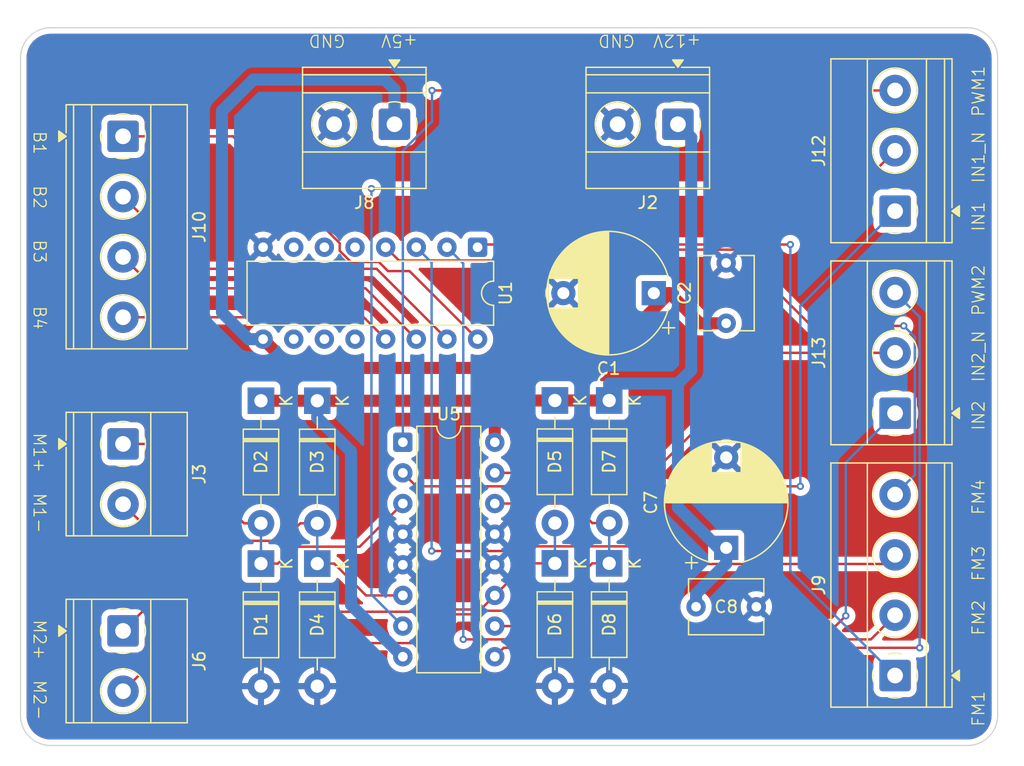
<source format=kicad_pcb>
(kicad_pcb (version 20241229) (generator "pcbnew") (generator_version "9.0")
  (layers (0 "F.Cu" signal) (2 "B.Cu" signal) (13 "F.Paste" user) (15 "B.Paste" user) (5 "F.SilkS" user "F.Silkscreen") (7 "B.SilkS" user "B.Silkscreen") (1 "F.Mask" user) (3 "B.Mask" user) (25 "Edge.Cuts" user))
  (net 0 "")
  (net 1 "COM")
  (net 2 "GND")
  (net 3 "X1")
  (net 4 "+12V")
  (net 5 "X2")
  (net 6 "Y1")
  (net 7 "Y2")
  (net 8 "FM4")
  (net 9 "FM2")
  (net 10 "FM1")
  (net 11 "FM3")
  (net 12 "B1")
  (net 13 "B3")
  (net 14 "B2")
  (net 15 "B4")
  (net 16 "PWM1")
  (net 17 "IN1_N")
  (net 18 "IN1")
  (net 19 "IN2_N")
  (net 20 "PWM2")
  (net 21 "IN2")
  (footprint "Diode_THT:D_DO-41_SOD81_P10.16mm_Horizontal" (layer "F.Cu") (at 144.26925 117.47075 -90)
    (property "Reference" "D6" (at 5.08 0 90) (layer "F.SilkS"))
    (property "Value" "1N4004")
    (fp_text user "K" (at 0 -2.1 90) (layer "F.SilkS"))
    (pad "1" thru_hole rect (at 0 0 270) (size 2.2 2.2) (drill 1.1) (layers "*.Cu" "*.Mask") (net 6 "Y1"))
    (pad "2" thru_hole oval (at 10.16 0 270) (size 2.2 2.2) (drill 1.1) (layers "*.Cu" "*.Mask") (net 2 "GND"))
  )
  (footprint "Diode_THT:D_DO-41_SOD81_P10.16mm_Horizontal" (layer "F.Cu") (at 148.76925 103.97075 -90)
    (property "Reference" "D7" (at 5.08 0 90) (layer "F.SilkS"))
    (property "Value" "1N4004")
    (fp_text user "K" (at 0 -2.1 90) (layer "F.SilkS"))
    (pad "1" thru_hole rect (at 0 0 270) (size 2.2 2.2) (drill 1.1) (layers "*.Cu" "*.Mask") (net 4 "+12V"))
    (pad "2" thru_hole oval (at 10.16 0 270) (size 2.2 2.2) (drill 1.1) (layers "*.Cu" "*.Mask") (net 7 "Y2"))
  )
  (footprint "TerminalBlock_Phoenix:TerminalBlock_Phoenix_MKDS-1,5-3_1x03_P5.00mm_Horizontal" (layer "F.Cu") (at 172.46925 105.02075 90)
    (property "Reference" "J13" (at 5 -6.32 90) (layer "F.SilkS"))
    (property "Value" "Screw_Terminal_01x03")
    (pad "1" thru_hole roundrect (at 0 0 90) (size 2.6 2.6) (drill 1.3) (layers "*.Cu" "*.Mask") (roundrect_rratio 0.096154) (net 21 "IN2"))
    (pad "2" thru_hole circle (at 5 0 90) (size 2.6 2.6) (drill 1.3) (layers "*.Cu" "*.Mask") (net 19 "IN2_N"))
    (pad "3" thru_hole circle (at 10 0 90) (size 2.6 2.6) (drill 1.3) (layers "*.Cu" "*.Mask") (net 20 "PWM2"))
  )
  (footprint "Capacitor_THT:C_Disc_D6.0mm_W4.4mm_P5.00mm" (layer "F.Cu") (at 155.96925 121.07075)
    (property "Reference" "C8" (at 2.5 0 0) (layer "F.SilkS"))
    (property "Value" "18n")
    (pad "1" thru_hole circle (at 0 0) (size 1.6 1.6) (drill 0.8) (layers "*.Cu" "*.Mask") (net 4 "+12V"))
    (pad "2" thru_hole circle (at 5 0) (size 1.6 1.6) (drill 0.8) (layers "*.Cu" "*.Mask") (net 2 "GND"))
  )
  (footprint "Capacitor_THT:CP_Radial_D10.0mm_P7.50mm" (layer "F.Cu") (at 152.46925 95.07075 180)
    (property "Reference" "C1" (at 3.75 -6.25 0) (layer "F.SilkS"))
    (property "Value" "10u")
    (pad "1" thru_hole rect (at 0 0 180) (size 2 2) (drill 1) (layers "*.Cu" "*.Mask") (net 1 "COM"))
    (pad "2" thru_hole circle (at 7.5 0 180) (size 2 2) (drill 1) (layers "*.Cu" "*.Mask") (net 2 "GND"))
  )
  (footprint "Diode_THT:D_DO-41_SOD81_P10.16mm_Horizontal" (layer "F.Cu") (at 124.56925 103.99075 -90)
    (property "Reference" "D3" (at 5.08 0 90) (layer "F.SilkS"))
    (property "Value" "1N4004")
    (fp_text user "K" (at 0 -2.1 90) (layer "F.SilkS"))
    (pad "1" thru_hole rect (at 0 0 270) (size 2.2 2.2) (drill 1.1) (layers "*.Cu" "*.Mask") (net 4 "+12V"))
    (pad "2" thru_hole oval (at 10.16 0 270) (size 2.2 2.2) (drill 1.1) (layers "*.Cu" "*.Mask") (net 5 "X2"))
  )
  (footprint "TerminalBlock_Phoenix:TerminalBlock_Phoenix_MKDS-1,5-3_1x03_P5.00mm_Horizontal" (layer "F.Cu") (at 172.46925 88.27075 90)
    (property "Reference" "J12" (at 5 -6.32 90) (layer "F.SilkS"))
    (property "Value" "Screw_Terminal_01x03")
    (pad "1" thru_hole roundrect (at 0 0 90) (size 2.6 2.6) (drill 1.3) (layers "*.Cu" "*.Mask") (roundrect_rratio 0.096154) (net 18 "IN1"))
    (pad "2" thru_hole circle (at 5 0 90) (size 2.6 2.6) (drill 1.3) (layers "*.Cu" "*.Mask") (net 17 "IN1_N"))
    (pad "3" thru_hole circle (at 10 0 90) (size 2.6 2.6) (drill 1.3) (layers "*.Cu" "*.Mask") (net 16 "PWM1"))
  )
  (footprint "TerminalBlock_Phoenix:TerminalBlock_Phoenix_MKDS-1,5-2_1x02_P5.00mm_Horizontal" (layer "F.Cu") (at 130.96925 81.07075 180)
    (property "Reference" "J8" (at 2.5 -6.5 0) (layer "F.SilkS"))
    (property "Value" "Screw_Terminal_01x02")
    (pad "1" thru_hole roundrect (at 0 0 180) (size 2.6 2.6) (drill 1.3) (layers "*.Cu" "*.Mask") (roundrect_rratio 0.096154) (net 1 "COM"))
    (pad "2" thru_hole circle (at 5 0 180) (size 2.6 2.6) (drill 1.3) (layers "*.Cu" "*.Mask") (net 2 "GND"))
  )
  (footprint "TerminalBlock_Phoenix:TerminalBlock_Phoenix_MKDS-1,5-4_1x04_P5.00mm_Horizontal" (layer "F.Cu") (at 172.46925 126.77075 90)
    (property "Reference" "J9" (at 7.5 -6.32 90) (layer "F.SilkS"))
    (property "Value" "Screw_Terminal_01x04")
    (pad "1" thru_hole roundrect (at 0 0 90) (size 2.6 2.6) (drill 1.3) (layers "*.Cu" "*.Mask") (roundrect_rratio 0.096154) (net 10 "FM1"))
    (pad "2" thru_hole circle (at 5 0 90) (size 2.6 2.6) (drill 1.3) (layers "*.Cu" "*.Mask") (net 9 "FM2"))
    (pad "3" thru_hole circle (at 10 0 90) (size 2.6 2.6) (drill 1.3) (layers "*.Cu" "*.Mask") (net 11 "FM3"))
    (pad "4" thru_hole circle (at 15 0 90) (size 2.6 2.6) (drill 1.3) (layers "*.Cu" "*.Mask") (net 8 "FM4"))
  )
  (footprint "Diode_THT:D_DO-41_SOD81_P10.16mm_Horizontal" (layer "F.Cu") (at 124.56925 117.49075 -90)
    (property "Reference" "D4" (at 5.08 0 90) (layer "F.SilkS"))
    (property "Value" "1N4004")
    (fp_text user "K" (at 0 -2.1 90) (layer "F.SilkS"))
    (pad "1" thru_hole rect (at 0 0 270) (size 2.2 2.2) (drill 1.1) (layers "*.Cu" "*.Mask") (net 5 "X2"))
    (pad "2" thru_hole oval (at 10.16 0 270) (size 2.2 2.2) (drill 1.1) (layers "*.Cu" "*.Mask") (net 2 "GND"))
  )
  (footprint "Capacitor_THT:C_Disc_D6.0mm_W4.4mm_P5.00mm" (layer "F.Cu") (at 158.46925 97.57075 90)
    (property "Reference" "C2" (at 2.5 -3.45 90) (layer "F.SilkS"))
    (property "Value" "18n")
    (pad "1" thru_hole circle (at 0 0 90) (size 1.6 1.6) (drill 0.8) (layers "*.Cu" "*.Mask") (net 1 "COM"))
    (pad "2" thru_hole circle (at 5 0 90) (size 1.6 1.6) (drill 0.8) (layers "*.Cu" "*.Mask") (net 2 "GND"))
  )
  (footprint "TerminalBlock_Phoenix:TerminalBlock_Phoenix_MKDS-1,5-2_1x02_P5.00mm_Horizontal" (layer "F.Cu") (at 154.46925 81.07075 180)
    (property "Reference" "J2" (at 2.5 -6.5 0) (layer "F.SilkS"))
    (property "Value" "Screw_Terminal_01x02")
    (pad "1" thru_hole roundrect (at 0 0 180) (size 2.6 2.6) (drill 1.3) (layers "*.Cu" "*.Mask") (roundrect_rratio 0.096154) (net 4 "+12V"))
    (pad "2" thru_hole circle (at 5 0 180) (size 2.6 2.6) (drill 1.3) (layers "*.Cu" "*.Mask") (net 2 "GND"))
  )
  (footprint "Diode_THT:D_DO-41_SOD81_P10.16mm_Horizontal" (layer "F.Cu") (at 119.90255 117.49075 -90)
    (property "Reference" "D1" (at 5.08 0 90) (layer "F.SilkS"))
    (property "Value" "1N4004")
    (fp_text user "K" (at 0 -2.1 90) (layer "F.SilkS"))
    (pad "1" thru_hole rect (at 0 0 270) (size 2.2 2.2) (drill 1.1) (layers "*.Cu" "*.Mask") (net 3 "X1"))
    (pad "2" thru_hole oval (at 10.16 0 270) (size 2.2 2.2) (drill 1.1) (layers "*.Cu" "*.Mask") (net 2 "GND"))
  )
  (footprint "Diode_THT:D_DO-41_SOD81_P10.16mm_Horizontal" (layer "F.Cu") (at 148.76925 117.47075 -90)
    (property "Reference" "D8" (at 5.08 0 90) (layer "F.SilkS"))
    (property "Value" "1N4004")
    (fp_text user "K" (at 0 -2.1 90) (layer "F.SilkS"))
    (pad "1" thru_hole rect (at 0 0 270) (size 2.2 2.2) (drill 1.1) (layers "*.Cu" "*.Mask") (net 7 "Y2"))
    (pad "2" thru_hole oval (at 10.16 0 270) (size 2.2 2.2) (drill 1.1) (layers "*.Cu" "*.Mask") (net 2 "GND"))
  )
  (footprint "Package_DIP:DIP-16_W7.62mm" (layer "F.Cu") (at 131.66425 107.43075)
    (property "Reference" "U5" (at 3.81 -2.33 0) (layer "F.SilkS"))
    (property "Value" "L293D")
    (pad "1" thru_hole roundrect (at 0 0) (size 1.6 1.6) (drill 0.8) (layers "*.Cu" "*.Mask") (roundrect_rratio 0.15625) (net 16 "PWM1"))
    (pad "2" thru_hole circle (at 0 2.54) (size 1.6 1.6) (drill 0.8) (layers "*.Cu" "*.Mask") (net 18 "IN1"))
    (pad "3" thru_hole circle (at 0 5.08) (size 1.6 1.6) (drill 0.8) (layers "*.Cu" "*.Mask") (net 3 "X1"))
    (pad "4" thru_hole circle (at 0 7.62) (size 1.6 1.6) (drill 0.8) (layers "*.Cu" "*.Mask") (net 2 "GND"))
    (pad "5" thru_hole circle (at 0 10.16) (size 1.6 1.6) (drill 0.8) (layers "*.Cu" "*.Mask") (net 2 "GND"))
    (pad "6" thru_hole circle (at 0 12.7) (size 1.6 1.6) (drill 0.8) (layers "*.Cu" "*.Mask") (net 5 "X2"))
    (pad "7" thru_hole circle (at 0 15.24) (size 1.6 1.6) (drill 0.8) (layers "*.Cu" "*.Mask") (net 17 "IN1_N"))
    (pad "8" thru_hole circle (at 0 17.78) (size 1.6 1.6) (drill 0.8) (layers "*.Cu" "*.Mask") (net 4 "+12V"))
    (pad "9" thru_hole circle (at 7.62 17.78) (size 1.6 1.6) (drill 0.8) (layers "*.Cu" "*.Mask") (net 20 "PWM2"))
    (pad "10" thru_hole circle (at 7.62 15.24) (size 1.6 1.6) (drill 0.8) (layers "*.Cu" "*.Mask") (net 21 "IN2"))
    (pad "11" thru_hole circle (at 7.62 12.7) (size 1.6 1.6) (drill 0.8) (layers "*.Cu" "*.Mask") (net 6 "Y1"))
    (pad "12" thru_hole circle (at 7.62 10.16) (size 1.6 1.6) (drill 0.8) (layers "*.Cu" "*.Mask") (net 2 "GND"))
    (pad "13" thru_hole circle (at 7.62 7.62) (size 1.6 1.6) (drill 0.8) (layers "*.Cu" "*.Mask") (net 2 "GND"))
    (pad "14" thru_hole circle (at 7.62 5.08) (size 1.6 1.6) (drill 0.8) (layers "*.Cu" "*.Mask") (net 7 "Y2"))
    (pad "15" thru_hole circle (at 7.62 2.54) (size 1.6 1.6) (drill 0.8) (layers "*.Cu" "*.Mask") (net 19 "IN2_N"))
    (pad "16" thru_hole circle (at 7.62 0) (size 1.6 1.6) (drill 0.8) (layers "*.Cu" "*.Mask") (net 4 "+12V"))
  )
  (footprint "Capacitor_THT:CP_Radial_D10.0mm_P7.50mm" (layer "F.Cu") (at 158.46925 116.18845 90)
    (property "Reference" "C7" (at 3.75 -6.25 90) (layer "F.SilkS"))
    (property "Value" "10u")
    (pad "1" thru_hole rect (at 0 0 90) (size 2 2) (drill 1) (layers "*.Cu" "*.Mask") (net 4 "+12V"))
    (pad "2" thru_hole circle (at 7.5 0 90) (size 2 2) (drill 1) (layers "*.Cu" "*.Mask") (net 2 "GND"))
  )
  (footprint "TerminalBlock_Phoenix:TerminalBlock_Phoenix_MKDS-1,5-4_1x04_P5.00mm_Horizontal" (layer "F.Cu") (at 108.46925 82.07075 -90)
    (property "Reference" "J10" (at 7.5 -6.32 90) (layer "F.SilkS"))
    (property "Value" "Screw_Terminal_01x04")
    (pad "1" thru_hole roundrect (at 0 0 270) (size 2.6 2.6) (drill 1.3) (layers "*.Cu" "*.Mask") (roundrect_rratio 0.096154) (net 12 "B1"))
    (pad "2" thru_hole circle (at 5 0 270) (size 2.6 2.6) (drill 1.3) (layers "*.Cu" "*.Mask") (net 14 "B2"))
    (pad "3" thru_hole circle (at 10 0 270) (size 2.6 2.6) (drill 1.3) (layers "*.Cu" "*.Mask") (net 13 "B3"))
    (pad "4" thru_hole circle (at 15 0 270) (size 2.6 2.6) (drill 1.3) (layers "*.Cu" "*.Mask") (net 15 "B4"))
  )
  (footprint "Package_DIP:DIP-16_W7.62mm" (layer "F.Cu") (at 137.85925 91.26575 -90)
    (property "Reference" "U1" (at 3.81 -2.33 90) (layer "F.SilkS"))
    (property "Value" "ULN2003A")
    (pad "1" thru_hole roundrect (at 0 0 270) (size 1.6 1.6) (drill 0.8) (layers "*.Cu" "*.Mask") (roundrect_rratio 0.15625) (net 10 "FM1"))
    (pad "2" thru_hole circle (at 0 2.54 270) (size 1.6 1.6) (drill 0.8) (layers "*.Cu" "*.Mask") (net 9 "FM2"))
    (pad "3" thru_hole circle (at 0 5.08 270) (size 1.6 1.6) (drill 0.8) (layers "*.Cu" "*.Mask") (net 11 "FM3"))
    (pad "4" thru_hole circle (at 0 7.62 270) (size 1.6 1.6) (drill 0.8) (layers "*.Cu" "*.Mask") (net 8 "FM4"))
    (pad "5" thru_hole circle (at 0 10.16 270) (size 1.6 1.6) (drill 0.8) (layers "*.Cu" "*.Mask"))
    (pad "6" thru_hole circle (at 0 12.7 270) (size 1.6 1.6) (drill 0.8) (layers "*.Cu" "*.Mask"))
    (pad "7" thru_hole circle (at 0 15.24 270) (size 1.6 1.6) (drill 0.8) (layers "*.Cu" "*.Mask"))
    (pad "8" thru_hole circle (at 0 17.78 270) (size 1.6 1.6) (drill 0.8) (layers "*.Cu" "*.Mask") (net 2 "GND"))
    (pad "9" thru_hole circle (at 7.62 17.78 270) (size 1.6 1.6) (drill 0.8) (layers "*.Cu" "*.Mask") (net 1 "COM"))
    (pad "10" thru_hole circle (at 7.62 15.24 270) (size 1.6 1.6) (drill 0.8) (layers "*.Cu" "*.Mask"))
    (pad "11" thru_hole circle (at 7.62 12.7 270) (size 1.6 1.6) (drill 0.8) (layers "*.Cu" "*.Mask"))
    (pad "12" thru_hole circle (at 7.62 10.16 270) (size 1.6 1.6) (drill 0.8) (layers "*.Cu" "*.Mask"))
    (pad "13" thru_hole circle (at 7.62 7.62 270) (size 1.6 1.6) (drill 0.8) (layers "*.Cu" "*.Mask") (net 15 "B4"))
    (pad "14" thru_hole circle (at 7.62 5.08 270) (size 1.6 1.6) (drill 0.8) (layers "*.Cu" "*.Mask") (net 13 "B3"))
    (pad "15" thru_hole circle (at 7.62 2.54 270) (size 1.6 1.6) (drill 0.8) (layers "*.Cu" "*.Mask") (net 14 "B2"))
    (pad "16" thru_hole circle (at 7.62 0 270) (size 1.6 1.6) (drill 0.8) (layers "*.Cu" "*.Mask") (net 12 "B1"))
  )
  (footprint "Diode_THT:D_DO-41_SOD81_P10.16mm_Horizontal" (layer "F.Cu") (at 119.90255 103.99075 -90)
    (property "Reference" "D2" (at 5.08 0 90) (layer "F.SilkS"))
    (property "Value" "1N4004")
    (fp_text user "K" (at 0 -2.1 90) (layer "F.SilkS"))
    (pad "1" thru_hole rect (at 0 0 270) (size 2.2 2.2) (drill 1.1) (layers "*.Cu" "*.Mask") (net 4 "+12V"))
    (pad "2" thru_hole oval (at 10.16 0 270) (size 2.2 2.2) (drill 1.1) (layers "*.Cu" "*.Mask") (net 3 "X1"))
  )
  (footprint "TerminalBlock_Phoenix:TerminalBlock_Phoenix_MKDS-1,5-2_1x02_P5.00mm_Horizontal" (layer "F.Cu") (at 108.46925 107.57075 -90)
    (property "Reference" "J3" (at 2.5 -6.32 90) (layer "F.SilkS"))
    (property "Value" "Screw_Terminal_01x02")
    (pad "1" thru_hole roundrect (at 0 0 270) (size 2.6 2.6) (drill 1.3) (layers "*.Cu" "*.Mask") (roundrect_rratio 0.096154) (net 3 "X1"))
    (pad "2" thru_hole circle (at 5 0 270) (size 2.6 2.6) (drill 1.3) (layers "*.Cu" "*.Mask") (net 5 "X2"))
  )
  (footprint "Diode_THT:D_DO-41_SOD81_P10.16mm_Horizontal" (layer "F.Cu") (at 144.26925 103.97075 -90)
    (property "Reference" "D5" (at 5.08 0 90) (layer "F.SilkS"))
    (property "Value" "1N4004")
    (fp_text user "K" (at 0 -2.1 90) (layer "F.SilkS"))
    (pad "1" thru_hole rect (at 0 0 270) (size 2.2 2.2) (drill 1.1) (layers "*.Cu" "*.Mask") (net 4 "+12V"))
    (pad "2" thru_hole oval (at 10.16 0 270) (size 2.2 2.2) (drill 1.1) (layers "*.Cu" "*.Mask") (net 6 "Y1"))
  )
  (footprint "TerminalBlock_Phoenix:TerminalBlock_Phoenix_MKDS-1,5-2_1x02_P5.00mm_Horizontal" (layer "F.Cu") (at 108.46925 123.07075 -90)
    (property "Reference" "J6" (at 2.5 -6.32 90) (layer "F.SilkS"))
    (property "Value" "Screw_Terminal_01x02")
    (pad "1" thru_hole roundrect (at 0 0 270) (size 2.6 2.6) (drill 1.3) (layers "*.Cu" "*.Mask") (roundrect_rratio 0.096154) (net 6 "Y1"))
    (pad "2" thru_hole circle (at 5 0 270) (size 2.6 2.6) (drill 1.3) (layers "*.Cu" "*.Mask") (net 7 "Y2"))
  )
  (gr_line (start 102.46925 132.57075) (end 178.46925 132.57075) (stroke (width 0.1)) (layer "Edge.Cuts"))
  (gr_arc (start 102.46925 132.57075) (mid 100.701483 131.838517) (end 99.96925 130.07075) (stroke (width 0.1)) (layer "Edge.Cuts"))
  (gr_arc (start 99.96925 75.57075) (mid 100.701483 73.802983) (end 102.46925 73.07075) (stroke (width 0.1)) (layer "Edge.Cuts"))
  (gr_line (start 178.46925 73.07075) (end 102.46925 73.07075) (stroke (width 0.1)) (layer "Edge.Cuts"))
  (gr_arc (start 180.96925 130.07075) (mid 180.237017 131.838517) (end 178.46925 132.57075) (stroke (width 0.1)) (layer "Edge.Cuts"))
  (gr_arc (start 178.46925 73.07075) (mid 180.237017 73.802983) (end 180.96925 75.57075) (stroke (width 0.1)) (layer "Edge.Cuts"))
  (gr_line (start 99.96925 75.57075) (end 99.96925 130.07075) (stroke (width 0.1)) (layer "Edge.Cuts"))
  (gr_line (start 180.96925 130.07075) (end 180.96925 75.57075) (stroke (width 0.1)) (layer "Edge.Cuts"))
  (gr_text "+12V" (at 156.46925 73.57075 180) (layer "F.SilkS") (effects (font (size 1 1) (thickness 0.1)) (justify left bottom)))
  (gr_text "M1-" (at 100.96925 111.57075 270) (layer "F.SilkS") (effects (font (size 1 1) (thickness 0.1)) (justify left bottom)))
  (gr_text "FM2" (at 179.96925 123.52075 90) (layer "F.SilkS") (effects (font (size 1 1) (thickness 0.1)) (justify left bottom)))
  (gr_text "PWM2" (at 179.96925 97.02075 90) (layer "F.SilkS") (effects (font (size 1 1) (thickness 0.1)) (justify left bottom)))
  (gr_text "IN1" (at 179.96925 90.02075 90) (layer "F.SilkS") (effects (font (size 1 1) (thickness 0.1)) (justify left bottom)))
  (gr_text "B3" (at 100.96925 90.57075 270) (layer "F.SilkS") (effects (font (size 1 1) (thickness 0.1)) (justify left bottom)))
  (gr_text "B4" (at 100.96925 96.07075 270) (layer "F.SilkS") (effects (font (size 1 1) (thickness 0.1)) (justify left bottom)))
  (gr_text "IN1_N" (at 179.96925 86.02075 90) (layer "F.SilkS") (effects (font (size 1 1) (thickness 0.1)) (justify left bottom)))
  (gr_text "PWM1" (at 179.96925 80.52075 90) (layer "F.SilkS") (effects (font (size 1 1) (thickness 0.1)) (justify left bottom)))
  (gr_text "GND" (at 126.96925 73.57075 180) (layer "F.SilkS") (effects (font (size 1 1) (thickness 0.1)) (justify left bottom)))
  (gr_text "FM1" (at 179.96925 131.07075 90) (layer "F.SilkS") (effects (font (size 1 1) (thickness 0.1)) (justify left bottom)))
  (gr_text "B2" (at 100.96925 86.07075 270) (layer "F.SilkS") (effects (font (size 1 1) (thickness 0.1)) (justify left bottom)))
  (gr_text "M2-" (at 100.96925 127.07075 270) (layer "F.SilkS") (effects (font (size 1 1) (thickness 0.1)) (justify left bottom)))
  (gr_text "M1+" (at 100.96925 106.57075 270) (layer "F.SilkS") (effects (font (size 1 1) (thickness 0.1)) (justify left bottom)))
  (gr_text "M2+" (at 100.96925 122.07075 270) (layer "F.SilkS") (effects (font (size 1 1) (thickness 0.1)) (justify left bottom)))
  (gr_text "+5V" (at 132.96925 73.57075 180) (layer "F.SilkS") (effects (font (size 1 1) (thickness 0.1)) (justify left bottom)))
  (gr_text "B1" (at 100.96925 81.57075 270) (layer "F.SilkS") (effects (font (size 1 1) (thickness 0.1)) (justify left bottom)))
  (gr_text "IN2" (at 179.96925 106.52075 90) (layer "F.SilkS") (effects (font (size 1 1) (thickness 0.1)) (justify left bottom)))
  (gr_text "GND" (at 150.96925 73.57075 180) (layer "F.SilkS") (effects (font (size 1 1) (thickness 0.1)) (justify left bottom)))
  (gr_text "FM3" (at 179.96925 119.02075 90) (layer "F.SilkS") (effects (font (size 1 1) (thickness 0.1)) (justify left bottom)))
  (gr_text "IN2_N" (at 179.96925 102.52075 90) (layer "F.SilkS") (effects (font (size 1 1) (thickness 0.1)) (justify left bottom)))
  (gr_text "FM4" (at 179.96925 113.52075 90) (layer "F.SilkS") (effects (font (size 1 1) (thickness 0.1)) (justify left bottom)))
  (segment (start 152.46925 95.07075) (end 153.77095 95.07075) (width 1) (layer "F.Cu") (net 1))
  (segment (start 122.46425 101.27075) (end 147.57095 101.27075) (width 1) (layer "F.Cu") (net 1))
  (segment (start 158.46925 97.57075) (end 156.27095 97.57075) (width 1) (layer "F.Cu") (net 1))
  (segment (start 156.27095 97.57075) (end 153.77095 95.07075) (width 1) (layer "F.Cu") (net 1))
  (segment (start 147.57095 101.27075) (end 153.77095 95.07075) (width 1) (layer "F.Cu") (net 1))
  (segment (start 120.07925 98.88575) (end 122.46425 101.27075) (width 1) (layer "F.Cu") (net 1))
  (segment (start 119.26925 77.37075) (end 116.66925 79.97075) (width 1) (layer "B.Cu") (net 1))
  (segment (start 130.96925 78.17075) (end 130.16925 77.37075) (width 1) (layer "B.Cu") (net 1))
  (segment (start 130.16925 77.37075) (end 119.26925 77.37075) (width 1) (layer "B.Cu") (net 1))
  (segment (start 116.66925 79.97075) (end 116.66925 96.67075) (width 1) (layer "B.Cu") (net 1))
  (segment (start 116.66925 96.67075) (end 118.88425 98.88575) (width 1) (layer "B.Cu") (net 1))
  (segment (start 118.88425 98.88575) (end 120.07925 98.88575) (width 1) (layer "B.Cu") (net 1))
  (segment (start 130.96925 81.07075) (end 130.96925 78.17075) (width 1) (layer "B.Cu") (net 1))
  (segment (start 108.46925 107.57075) (end 111.92085 107.57075) (width 0.2) (layer "F.Cu") (net 3))
  (segment (start 111.92085 107.57075) (end 118.50085 114.15075) (width 0.2) (layer "F.Cu") (net 3))
  (segment (start 131.66425 112.51075) (end 128.08595 116.08905) (width 0.2) (layer "F.Cu") (net 3))
  (segment (start 119.90255 117.49075) (end 121.30425 117.49075) (width 0.2) (layer "F.Cu") (net 3))
  (segment (start 122.70595 116.08905) (end 121.30425 117.49075) (width 0.2) (layer "F.Cu") (net 3))
  (segment (start 128.08595 116.08905) (end 122.70595 116.08905) (width 0.2) (layer "F.Cu") (net 3))
  (segment (start 119.90255 114.15075) (end 118.50085 114.15075) (width 0.2) (layer "F.Cu") (net 3))
  (segment (start 119.90255 114.15075) (end 119.90255 117.49075) (width 0.2) (layer "B.Cu") (net 3))
  (segment (start 143.56845 103.97075) (end 144.26925 103.97075) (width 1) (layer "F.Cu") (net 4))
  (segment (start 144.26925 103.97075) (end 148.76925 103.97075) (width 1) (layer "F.Cu") (net 4))
  (segment (start 139.30425 103.97075) (end 143.21805 103.97075) (width 1) (layer "F.Cu") (net 4))
  (segment (start 143.56845 103.97075) (end 143.21805 103.97075) (width 1) (layer "F.Cu") (net 4))
  (segment (start 124.56925 103.99075) (end 125.97095 103.99075) (width 1) (layer "F.Cu") (net 4))
  (segment (start 119.90255 103.99075) (end 124.56925 103.99075) (width 1) (layer "F.Cu") (net 4))
  (segment (start 139.28425 107.43075) (end 139.28425 103.99075) (width 1) (layer "F.Cu") (net 4))
  (segment (start 139.28425 103.99075) (end 139.30425 103.97075) (width 1) (layer "F.Cu") (net 4))
  (segment (start 139.28425 103.99075) (end 125.97095 103.99075) (width 1) (layer "F.Cu") (net 4))
  (segment (start 131.66425 125.21075) (end 127.36925 120.91575) (width 1) (layer "B.Cu") (net 4))
  (segment (start 154.46925 102.56905) (end 148.76925 102.56905) (width 1) (layer "B.Cu") (net 4))
  (segment (start 148.76925 103.97075) (end 148.76925 102.56905) (width 1) (layer "B.Cu") (net 4))
  (segment (start 158.46925 116.83925) (end 154.46925 112.83925) (width 1) (layer "B.Cu") (net 4))
  (segment (start 158.46925 116.18845) (end 158.46925 116.83925) (width 1) (layer "B.Cu") (net 4))
  (segment (start 155.56925 101.46905) (end 155.56925 82.17075) (width 1) (layer "B.Cu") (net 4))
  (segment (start 158.46925 116.83925) (end 158.46925 117.49015) (width 1) (layer "B.Cu") (net 4))
  (segment (start 154.46925 112.83925) (end 154.46925 102.56905) (width 1) (layer "B.Cu") (net 4))
  (segment (start 155.56925 82.17075) (end 154.46925 81.07075) (width 1) (layer "B.Cu") (net 4))
  (segment (start 127.36925 120.91575) (end 127.36925 108.19245) (width 1) (layer "B.Cu") (net 4))
  (segment (start 127.36925 108.19245) (end 124.56925 105.39245) (width 1) (layer "B.Cu") (net 4))
  (segment (start 155.96925 119.99015) (end 155.96925 121.07075) (width 1) (layer "B.Cu") (net 4))
  (segment (start 158.46925 117.49015) (end 155.96925 119.99015) (width 1) (layer "B.Cu") (net 4))
  (segment (start 154.46925 102.56905) (end 155.56925 101.46905) (width 1) (layer "B.Cu") (net 4))
  (segment (start 124.56925 105.39245) (end 124.56925 103.99075) (width 1) (layer "B.Cu") (net 4))
  (segment (start 111.50085 115.60235) (end 108.46925 112.57075) (width 0.2) (layer "F.Cu") (net 5))
  (segment (start 123.16755 114.15075) (end 121.71595 115.60235) (width 0.2) (layer "F.Cu") (net 5))
  (segment (start 124.56925 117.49075) (end 125.97095 117.49075) (width 0.2) (layer "F.Cu") (net 5))
  (segment (start 121.71595 115.60235) (end 111.50085 115.60235) (width 0.2) (layer "F.Cu") (net 5))
  (segment (start 124.56925 114.15075) (end 123.16755 114.15075) (width 0.2) (layer "F.Cu") (net 5))
  (segment (start 131.66425 120.13075) (end 128.61095 120.13075) (width 0.2) (layer "F.Cu") (net 5))
  (segment (start 128.61095 120.13075) (end 125.97095 117.49075) (width 0.2) (layer "F.Cu") (net 5))
  (segment (start 124.56925 117.49075) (end 124.56925 114.15075) (width 0.2) (layer "B.Cu") (net 5))
  (segment (start 135.80525 121.29495) (end 135.616865 121.483335) (width 0.2) (layer "F.Cu") (net 6))
  (segment (start 144.26925 117.47075) (end 142.86755 117.47075) (width 0.2) (layer "F.Cu") (net 6))
  (segment (start 135.616865 121.483335) (end 110.056665 121.483335) (width 0.2) (layer "F.Cu") (net 6))
  (segment (start 139.28425 120.13075) (end 141.94425 117.47075) (width 0.2) (layer "F.Cu") (net 6))
  (segment (start 138.12005 121.29495) (end 136.13745 121.29495) (width 0.2) (layer "F.Cu") (net 6))
  (segment (start 139.28425 120.13075) (end 138.12005 121.29495) (width 0.2) (layer "F.Cu") (net 6))
  (segment (start 141.94425 117.47075) (end 142.86755 117.47075) (width 0.2) (layer "F.Cu") (net 6))
  (segment (start 110.056665 121.483335) (end 108.46925 123.07075) (width 0.2) (layer "F.Cu") (net 6))
  (segment (start 136.13745 121.29495) (end 135.80525 121.29495) (width 0.2) (layer "F.Cu") (net 6))
  (segment (start 144.26925 114.13075) (end 144.26925 117.47075) (width 0.2) (layer "B.Cu") (net 6))
  (segment (start 148.76925 114.13075) (end 147.36755 114.13075) (width 0.2) (layer "F.Cu") (net 7))
  (segment (start 112.45775 124.08225) (end 133.58505 124.08225) (width 0.2) (layer "F.Cu") (net 7))
  (segment (start 108.46925 128.07075) (end 112.45775 124.08225) (width 0.2) (layer "F.Cu") (net 7))
  (segment (start 139.28425 112.51075) (end 145.74755 112.51075) (width 0.2) (layer "F.Cu") (net 7))
  (segment (start 145.74755 112.51075) (end 147.36755 114.13075) (width 0.2) (layer "F.Cu") (net 7))
  (segment (start 135.97135 121.69595) (end 138.29385 121.69595) (width 0.2) (layer "F.Cu") (net 7))
  (segment (start 133.58505 124.08225) (end 135.97135 121.69595) (width 0.2) (layer "F.Cu") (net 7))
  (segment (start 143.43755 121.40075) (end 147.36755 117.47075) (width 0.2) (layer "F.Cu") (net 7))
  (segment (start 138.29385 121.69595) (end 138.58905 121.40075) (width 0.2) (layer "F.Cu") (net 7))
  (segment (start 148.76925 117.47075) (end 147.36755 117.47075) (width 0.2) (layer "F.Cu") (net 7))
  (segment (start 138.58905 121.40075) (end 143.43755 121.40075) (width 0.2) (layer "F.Cu") (net 7))
  (segment (start 148.76925 114.13075) (end 148.76925 117.47075) (width 0.2) (layer "B.Cu") (net 7))
  (segment (start 130.23925 91.26575) (end 131.34425 92.37075) (width 0.2) (layer "F.Cu") (net 8))
  (segment (start 159.20525 91.46585) (end 165.52515 97.78575) (width 0.2) (layer "F.Cu") (net 8))
  (segment (start 144.61525 92.37075) (end 145.52015 91.46585) (width 0.2) (layer "F.Cu") (net 8))
  (segment (start 131.34425 92.37075) (end 144.61525 92.37075) (width 0.2) (layer "F.Cu") (net 8))
  (segment (start 165.52515 97.78575) (end 173.18725 97.78575) (width 0.2) (layer "F.Cu") (net 8))
  (segment (start 145.52015 91.46585) (end 159.20525 91.46585) (width 0.2) (layer "F.Cu") (net 8))
  (via (at 173.18725 97.78575) (size 0.6) (drill 0.3) (layers "F.Cu" "B.Cu") (net 8))
  (segment (start 174.10505 110.13495) (end 172.46925 111.77075) (width 0.2) (layer "B.Cu") (net 8))
  (segment (start 174.10505 98.70355) (end 174.10505 110.13495) (width 0.2) (layer "B.Cu") (net 8))
  (segment (start 173.18725 97.78575) (end 174.10505 98.70355) (width 0.2) (layer "B.Cu") (net 8))
  (segment (start 170.46595 123.77405) (end 136.67375 123.77405) (width 0.2) (layer "F.Cu") (net 9))
  (segment (start 172.46925 121.77075) (end 170.46595 123.77405) (width 0.2) (layer "F.Cu") (net 9))
  (via (at 136.67375 123.77405) (size 0.6) (drill 0.3) (layers "F.Cu" "B.Cu") (net 9))
  (segment (start 136.67375 92.62025) (end 136.67375 123.77405) (width 0.2) (layer "B.Cu") (net 9))
  (segment (start 135.31925 91.26575) (end 136.67375 92.62025) (width 0.2) (layer "B.Cu") (net 9))
  (segment (start 163.78655 91.04055) (end 138.08445 91.04055) (width 0.2) (layer "F.Cu") (net 10))
  (segment (start 138.08445 91.04055) (end 137.85925 91.26575) (width 0.2) (layer "F.Cu") (net 10))
  (via (at 163.78655 91.04055) (size 0.6) (drill 0.3) (layers "F.Cu" "B.Cu") (net 10))
  (segment (start 172.46925 126.77075) (end 163.78655 118.08805) (width 0.2) (layer "B.Cu") (net 10))
  (segment (start 163.78655 118.08805) (end 163.78655 91.04055) (width 0.2) (layer "B.Cu") (net 10))
  (segment (start 141.49245 116.06165) (end 141.10585 116.44825) (width 0.2) (layer "F.Cu") (net 11))
  (segment (start 151.91045 116.06165) (end 141.49245 116.06165) (width 0.2) (layer "F.Cu") (net 11))
  (segment (start 153.37025 117.52145) (end 151.91045 116.06165) (width 0.2) (layer "F.Cu") (net 11))
  (segment (start 141.10585 116.44825) (end 134.04925 116.44825) (width 0.2) (layer "F.Cu") (net 11))
  (segment (start 171.71855 117.52145) (end 153.37025 117.52145) (width 0.2) (layer "F.Cu") (net 11))
  (segment (start 172.46925 116.77075) (end 171.71855 117.52145) (width 0.2) (layer "F.Cu") (net 11))
  (via (at 134.04925 116.44825) (size 0.6) (drill 0.3) (layers "F.Cu" "B.Cu") (net 11))
  (segment (start 132.77925 91.26575) (end 134.04925 92.53575) (width 0.2) (layer "B.Cu") (net 11))
  (segment (start 134.04925 92.53575) (end 134.04925 116.44825) (width 0.2) (layer "B.Cu") (net 11))
  (segment (start 108.46925 82.07075) (end 117.57075 82.07075) (width 0.2) (layer "F.Cu") (net 12))
  (segment (start 132.21675 93.24325) (end 137.85925 98.88575) (width 0.2) (layer "F.Cu") (net 12))
  (segment (start 126.42925 91.55855) (end 127.35305 92.48235) (width 0.2) (layer "F.Cu") (net 12))
  (segment (start 127.35305 92.48235) (end 129.67125 92.48235) (width 0.2) (layer "F.Cu") (net 12))
  (segment (start 130.43215 93.24325) (end 132.21675 93.24325) (width 0.2) (layer "F.Cu") (net 12))
  (segment (start 129.67125 92.48235) (end 130.43215 93.24325) (width 0.2) (layer "F.Cu") (net 12))
  (segment (start 126.42925 90.92925) (end 126.42925 91.55855) (width 0.2) (layer "F.Cu") (net 12))
  (segment (start 117.57075 82.07075) (end 126.42925 90.92925) (width 0.2) (layer "F.Cu") (net 12))
  (segment (start 132.77925 98.88575) (end 128.56195 94.66845) (width 0.2) (layer "F.Cu") (net 13))
  (segment (start 128.56195 94.66845) (end 111.06695 94.66845) (width 0.2) (layer "F.Cu") (net 13))
  (segment (start 111.06695 94.66845) (end 108.46925 92.07075) (width 0.2) (layer "F.Cu") (net 13))
  (segment (start 114.45395 93.05545) (end 129.48895 93.05545) (width 0.2) (layer "F.Cu") (net 14))
  (segment (start 129.48895 93.05545) (end 135.31925 98.88575) (width 0.2) (layer "F.Cu") (net 14))
  (segment (start 108.46925 87.07075) (end 114.45395 93.05545) (width 0.2) (layer "F.Cu") (net 14))
  (segment (start 130.23925 98.88575) (end 128.42425 97.07075) (width 0.2) (layer "F.Cu") (net 15))
  (segment (start 128.42425 97.07075) (end 108.46925 97.07075) (width 0.2) (layer "F.Cu") (net 15))
  (segment (start 134.08285 78.27075) (end 172.46925 78.27075) (width 0.2) (layer "F.Cu") (net 16))
  (via (at 134.08285 78.27075) (size 0.6) (drill 0.3) (layers "F.Cu" "B.Cu") (net 16))
  (segment (start 131.66425 107.43075) (end 131.66425 83.25735) (width 0.2) (layer "B.Cu") (net 16))
  (segment (start 131.66425 83.25735) (end 134.08285 80.83875) (width 0.2) (layer "B.Cu") (net 16))
  (segment (start 134.08285 80.83875) (end 134.08285 78.27075) (width 0.2) (layer "B.Cu") (net 16))
  (segment (start 172.46925 83.27075) (end 169.33675 86.40325) (width 0.2) (layer "F.Cu") (net 17))
  (segment (start 169.33675 86.40325) (end 129.06125 86.40325) (width 0.2) (layer "F.Cu") (net 17))
  (via (at 129.06125 86.40325) (size 0.6) (drill 0.3) (layers "F.Cu" "B.Cu") (net 17))
  (segment (start 131.66425 122.67075) (end 129.06125 120.06775) (width 0.2) (layer "B.Cu") (net 17))
  (segment (start 129.06125 120.06775) (end 129.06125 86.40325) (width 0.2) (layer "B.Cu") (net 17))
  (segment (start 131.66425 109.97075) (end 132.77815 111.08465) (width 0.2) (layer "F.Cu") (net 18))
  (segment (start 132.77815 111.08465) (end 164.61355 111.08465) (width 0.2) (layer "F.Cu") (net 18))
  (via (at 164.61355 111.08465) (size 0.6) (drill 0.3) (layers "F.Cu" "B.Cu") (net 18))
  (segment (start 164.61355 96.12645) (end 164.61355 111.08465) (width 0.2) (layer "B.Cu") (net 18))
  (segment (start 172.46925 88.27075) (end 164.61355 96.12645) (width 0.2) (layer "B.Cu") (net 18))
  (segment (start 162.32455 100.02075) (end 152.37455 109.97075) (width 0.2) (layer "F.Cu") (net 19))
  (segment (start 152.37455 109.97075) (end 139.28425 109.97075) (width 0.2) (layer "F.Cu") (net 19))
  (segment (start 172.46925 100.02075) (end 162.32455 100.02075) (width 0.2) (layer "F.Cu") (net 19))
  (segment (start 139.28425 125.21075) (end 140.02355 124.47145) (width 0.2) (layer "F.Cu") (net 20))
  (segment (start 140.02355 124.47145) (end 174.50675 124.47145) (width 0.2) (layer "F.Cu") (net 20))
  (via (at 174.50675 124.47145) (size 0.6) (drill 0.3) (layers "F.Cu" "B.Cu") (net 20))
  (segment (start 172.46925 95.02075) (end 174.50675 97.05825) (width 0.2) (layer "B.Cu") (net 20))
  (segment (start 174.50675 97.05825) (end 174.50675 124.47145) (width 0.2) (layer "B.Cu") (net 20))
  (segment (start 167.52925 122.67075) (end 139.28425 122.67075) (width 0.2) (layer "F.Cu") (net 21))
  (segment (start 168.38225 121.81775) (end 167.52925 122.67075) (width 0.2) (layer "F.Cu") (net 21))
  (via (at 168.38225 121.81775) (size 0.6) (drill 0.3) (layers "F.Cu" "B.Cu") (net 21))
  (segment (start 168.38225 109.10775) (end 168.38225 121.81775) (width 0.2) (layer "B.Cu") (net 21))
  (segment (start 172.46925 105.02075) (end 168.38225 109.10775) (width 0.2) (layer "B.Cu") (net 21))
  (zone (net 2) (net_name "GND") (layer "F.Cu") (priority 1) (connect_pads (clearance 0.5)) (min_thickness 0.25) (fill yes (thermal_gap 0.5) (thermal_bridge_width 0.5))
    (polygon (pts (xy 182.56925 70.87075) (xy 98.66925 71.07075) (xy 98.36925 134.17075) (xy 183.16925 134.27075)))
  )
  (zone (net 2) (net_name "GND") (layer "B.Cu") (connect_pads (clearance 0.5)) (min_thickness 0.25) (fill yes (thermal_gap 0.5) (thermal_bridge_width 0.5) (smoothing fillet))
    (polygon (pts (xy 98.66925 70.97075) (xy 182.56925 70.77075) (xy 183.16925 134.17075) (xy 98.26925 134.27075)))
  )
)
</source>
